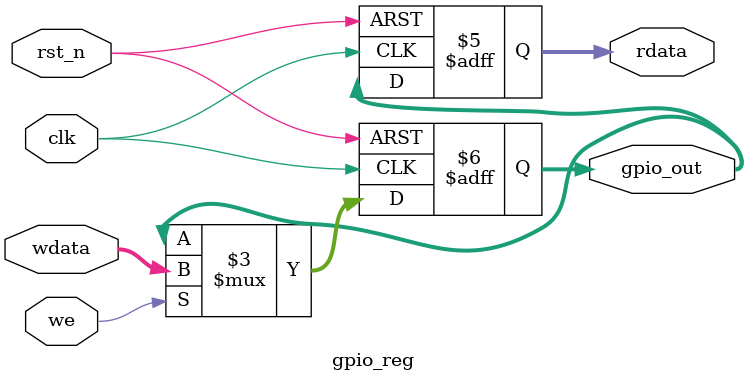
<source format=v>
/*gpio_reg.v — FIXED
`default_nettype none

module gpio_reg (
    input  wire       clk,
    input  wire       rst_n,
    input  wire       we,
    input  wire [7:0] wdata,
    output reg  [7:0] rdata,
    output reg  [7:0] gpio_out
);

    always @(posedge clk or negedge rst_n) begin
        if (!rst_n) begin
            gpio_out <= 8'h00;
            rdata    <= 8'h00;
        end else begin
            if (we)
                gpio_out <= wdata;     // FULL BYTE WRITE
            rdata <= gpio_out;
        end
    end

endmodule

`default_nettype wire*/
`default_nettype none

module gpio_reg (
    input  wire        clk,
    input  wire        rst_n,
    input  wire        we,
    input  wire [7:0]  wdata,
    output reg  [7:0]  rdata,
    output reg  [7:0]  gpio_out
);

always @(posedge clk or negedge rst_n) begin
    if (!rst_n) begin
        gpio_out <= 8'h00;
        rdata    <= 8'h00;
    end else begin
        if (we)
            gpio_out <= wdata;
        rdata <= gpio_out;
    end
end

endmodule

`default_nettype wire


</source>
